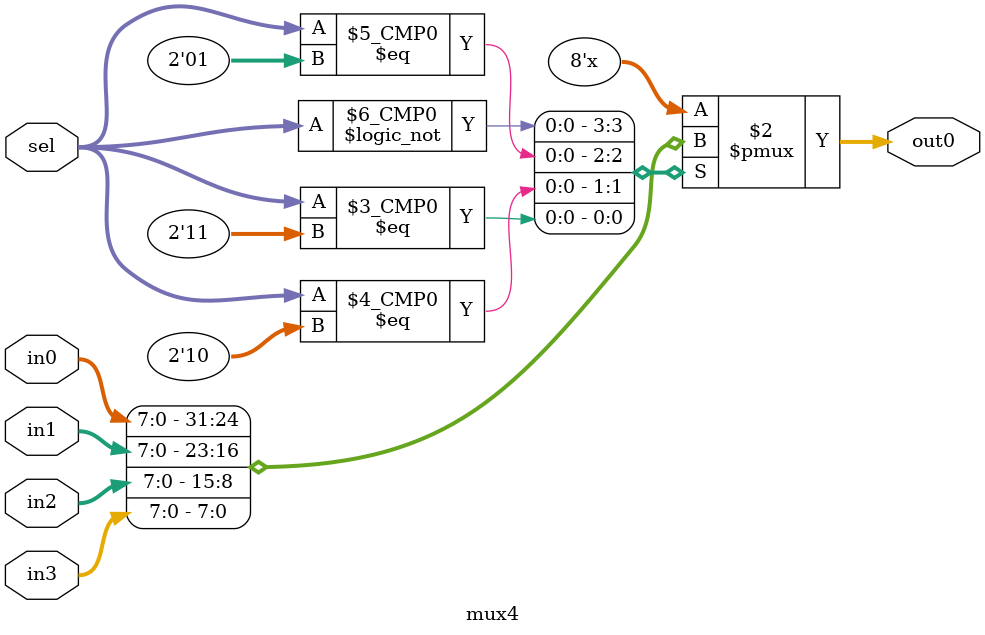
<source format=sv>
`timescale 1ns / 1ps

module mux4
(
    input logic [7:0]in0, in1, in2, in3,
    input logic [1:0]sel,
    output logic [7:0]out0
);

always_comb begin
    case (sel)
        0: out0 = in0;
        1: out0 = in1;
        2: out0 = in2;
        3: out0 = in3;
    endcase
end
endmodule

</source>
